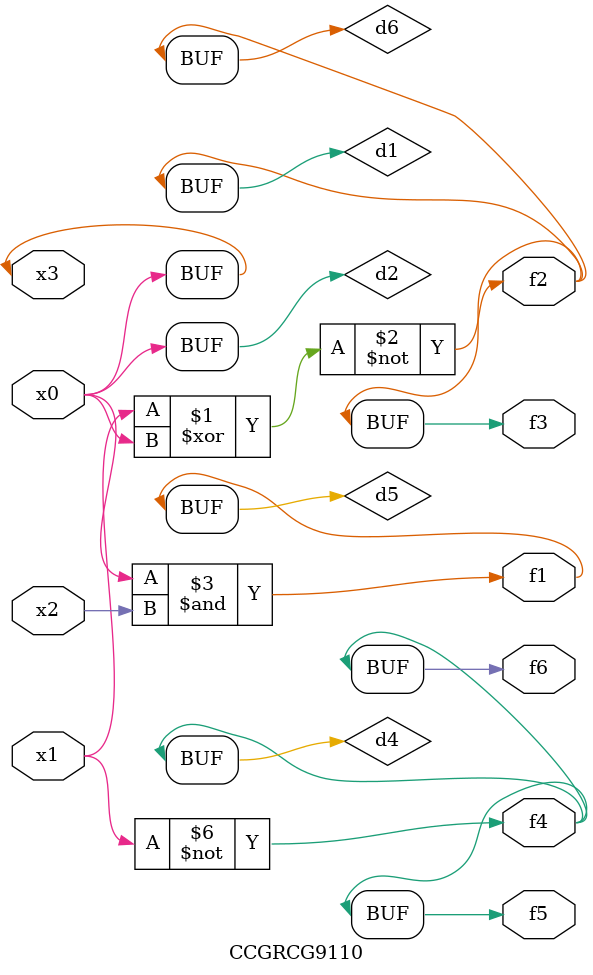
<source format=v>
module CCGRCG9110(
	input x0, x1, x2, x3,
	output f1, f2, f3, f4, f5, f6
);

	wire d1, d2, d3, d4, d5, d6;

	xnor (d1, x1, x3);
	buf (d2, x0, x3);
	nand (d3, x0, x2);
	not (d4, x1);
	nand (d5, d3);
	or (d6, d1);
	assign f1 = d5;
	assign f2 = d6;
	assign f3 = d6;
	assign f4 = d4;
	assign f5 = d4;
	assign f6 = d4;
endmodule

</source>
